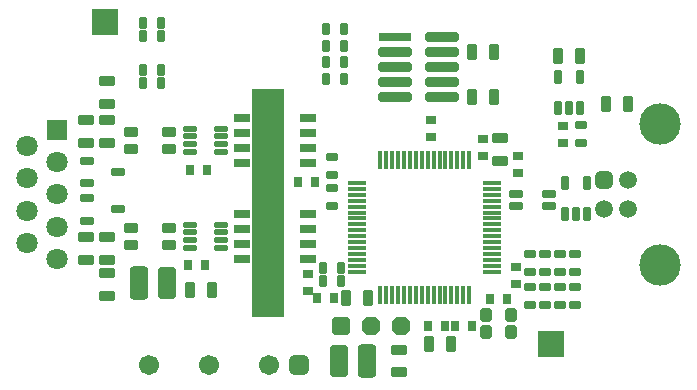
<source format=gts>
G04*
G04 #@! TF.GenerationSoftware,Altium Limited,Altium Designer,21.9.1 (22)*
G04*
G04 Layer_Color=8388736*
%FSLAX25Y25*%
%MOIN*%
G70*
G04*
G04 #@! TF.SameCoordinates,20B19F73-AE42-437D-8B96-58F391311DC6*
G04*
G04*
G04 #@! TF.FilePolarity,Negative*
G04*
G01*
G75*
%ADD30R,0.10500X0.76000*%
G04:AMPARAMS|DCode=31|XSize=43.37mil|YSize=39.43mil|CornerRadius=5.54mil|HoleSize=0mil|Usage=FLASHONLY|Rotation=90.000|XOffset=0mil|YOffset=0mil|HoleType=Round|Shape=RoundedRectangle|*
%AMROUNDEDRECTD31*
21,1,0.04337,0.02835,0,0,90.0*
21,1,0.03228,0.03943,0,0,90.0*
1,1,0.01109,0.01417,0.01614*
1,1,0.01109,0.01417,-0.01614*
1,1,0.01109,-0.01417,-0.01614*
1,1,0.01109,-0.01417,0.01614*
%
%ADD31ROUNDEDRECTD31*%
G04:AMPARAMS|DCode=32|XSize=35.5mil|YSize=29.59mil|CornerRadius=8.4mil|HoleSize=0mil|Usage=FLASHONLY|Rotation=90.000|XOffset=0mil|YOffset=0mil|HoleType=Round|Shape=RoundedRectangle|*
%AMROUNDEDRECTD32*
21,1,0.03550,0.01280,0,0,90.0*
21,1,0.01870,0.02959,0,0,90.0*
1,1,0.01680,0.00640,0.00935*
1,1,0.01680,0.00640,-0.00935*
1,1,0.01680,-0.00640,-0.00935*
1,1,0.01680,-0.00640,0.00935*
%
%ADD32ROUNDEDRECTD32*%
G04:AMPARAMS|DCode=33|XSize=15.81mil|YSize=63.06mil|CornerRadius=4.95mil|HoleSize=0mil|Usage=FLASHONLY|Rotation=0.000|XOffset=0mil|YOffset=0mil|HoleType=Round|Shape=RoundedRectangle|*
%AMROUNDEDRECTD33*
21,1,0.01581,0.05315,0,0,0.0*
21,1,0.00591,0.06306,0,0,0.0*
1,1,0.00991,0.00295,-0.02657*
1,1,0.00991,-0.00295,-0.02657*
1,1,0.00991,-0.00295,0.02657*
1,1,0.00991,0.00295,0.02657*
%
%ADD33ROUNDEDRECTD33*%
G04:AMPARAMS|DCode=34|XSize=15.81mil|YSize=63.06mil|CornerRadius=4.95mil|HoleSize=0mil|Usage=FLASHONLY|Rotation=90.000|XOffset=0mil|YOffset=0mil|HoleType=Round|Shape=RoundedRectangle|*
%AMROUNDEDRECTD34*
21,1,0.01581,0.05315,0,0,90.0*
21,1,0.00591,0.06306,0,0,90.0*
1,1,0.00991,0.02657,0.00295*
1,1,0.00991,0.02657,-0.00295*
1,1,0.00991,-0.02657,-0.00295*
1,1,0.00991,-0.02657,0.00295*
%
%ADD34ROUNDEDRECTD34*%
G04:AMPARAMS|DCode=35|XSize=53.21mil|YSize=31.56mil|CornerRadius=4.76mil|HoleSize=0mil|Usage=FLASHONLY|Rotation=270.000|XOffset=0mil|YOffset=0mil|HoleType=Round|Shape=RoundedRectangle|*
%AMROUNDEDRECTD35*
21,1,0.05321,0.02205,0,0,270.0*
21,1,0.04370,0.03156,0,0,270.0*
1,1,0.00951,-0.01102,-0.02185*
1,1,0.00951,-0.01102,0.02185*
1,1,0.00951,0.01102,0.02185*
1,1,0.00951,0.01102,-0.02185*
%
%ADD35ROUNDEDRECTD35*%
G04:AMPARAMS|DCode=36|XSize=53.21mil|YSize=31.56mil|CornerRadius=4.76mil|HoleSize=0mil|Usage=FLASHONLY|Rotation=180.000|XOffset=0mil|YOffset=0mil|HoleType=Round|Shape=RoundedRectangle|*
%AMROUNDEDRECTD36*
21,1,0.05321,0.02205,0,0,180.0*
21,1,0.04370,0.03156,0,0,180.0*
1,1,0.00951,-0.02185,0.01102*
1,1,0.00951,0.02185,0.01102*
1,1,0.00951,0.02185,-0.01102*
1,1,0.00951,-0.02185,-0.01102*
%
%ADD36ROUNDEDRECTD36*%
G04:AMPARAMS|DCode=37|XSize=35.5mil|YSize=29.59mil|CornerRadius=8.4mil|HoleSize=0mil|Usage=FLASHONLY|Rotation=0.000|XOffset=0mil|YOffset=0mil|HoleType=Round|Shape=RoundedRectangle|*
%AMROUNDEDRECTD37*
21,1,0.03550,0.01280,0,0,0.0*
21,1,0.01870,0.02959,0,0,0.0*
1,1,0.01680,0.00935,-0.00640*
1,1,0.01680,-0.00935,-0.00640*
1,1,0.01680,-0.00935,0.00640*
1,1,0.01680,0.00935,0.00640*
%
%ADD37ROUNDEDRECTD37*%
G04:AMPARAMS|DCode=38|XSize=37.47mil|YSize=27.62mil|CornerRadius=4.36mil|HoleSize=0mil|Usage=FLASHONLY|Rotation=0.000|XOffset=0mil|YOffset=0mil|HoleType=Round|Shape=RoundedRectangle|*
%AMROUNDEDRECTD38*
21,1,0.03747,0.01890,0,0,0.0*
21,1,0.02874,0.02762,0,0,0.0*
1,1,0.00872,0.01437,-0.00945*
1,1,0.00872,-0.01437,-0.00945*
1,1,0.00872,-0.01437,0.00945*
1,1,0.00872,0.01437,0.00945*
%
%ADD38ROUNDEDRECTD38*%
G04:AMPARAMS|DCode=39|XSize=37.47mil|YSize=27.62mil|CornerRadius=4.36mil|HoleSize=0mil|Usage=FLASHONLY|Rotation=90.000|XOffset=0mil|YOffset=0mil|HoleType=Round|Shape=RoundedRectangle|*
%AMROUNDEDRECTD39*
21,1,0.03747,0.01890,0,0,90.0*
21,1,0.02874,0.02762,0,0,90.0*
1,1,0.00872,0.00945,0.01437*
1,1,0.00872,0.00945,-0.01437*
1,1,0.00872,-0.00945,-0.01437*
1,1,0.00872,-0.00945,0.01437*
%
%ADD39ROUNDEDRECTD39*%
%ADD40R,0.08661X0.08661*%
%ADD41C,0.04337*%
G04:AMPARAMS|DCode=42|XSize=47.31mil|YSize=35.5mil|CornerRadius=6.72mil|HoleSize=0mil|Usage=FLASHONLY|Rotation=0.000|XOffset=0mil|YOffset=0mil|HoleType=Round|Shape=RoundedRectangle|*
%AMROUNDEDRECTD42*
21,1,0.04731,0.02205,0,0,0.0*
21,1,0.03386,0.03550,0,0,0.0*
1,1,0.01345,0.01693,-0.01102*
1,1,0.01345,-0.01693,-0.01102*
1,1,0.01345,-0.01693,0.01102*
1,1,0.01345,0.01693,0.01102*
%
%ADD42ROUNDEDRECTD42*%
G04:AMPARAMS|DCode=43|XSize=27.62mil|YSize=47.31mil|CornerRadius=4.36mil|HoleSize=0mil|Usage=FLASHONLY|Rotation=180.000|XOffset=0mil|YOffset=0mil|HoleType=Round|Shape=RoundedRectangle|*
%AMROUNDEDRECTD43*
21,1,0.02762,0.03858,0,0,180.0*
21,1,0.01890,0.04731,0,0,180.0*
1,1,0.00872,-0.00945,0.01929*
1,1,0.00872,0.00945,0.01929*
1,1,0.00872,0.00945,-0.01929*
1,1,0.00872,-0.00945,-0.01929*
%
%ADD43ROUNDEDRECTD43*%
G04:AMPARAMS|DCode=44|XSize=47.31mil|YSize=27.62mil|CornerRadius=5.54mil|HoleSize=0mil|Usage=FLASHONLY|Rotation=180.000|XOffset=0mil|YOffset=0mil|HoleType=Round|Shape=RoundedRectangle|*
%AMROUNDEDRECTD44*
21,1,0.04731,0.01654,0,0,180.0*
21,1,0.03622,0.02762,0,0,180.0*
1,1,0.01109,-0.01811,0.00827*
1,1,0.01109,0.01811,0.00827*
1,1,0.01109,0.01811,-0.00827*
1,1,0.01109,-0.01811,-0.00827*
%
%ADD44ROUNDEDRECTD44*%
G04:AMPARAMS|DCode=45|XSize=21.32mil|YSize=43.37mil|CornerRadius=4.6mil|HoleSize=0mil|Usage=FLASHONLY|Rotation=270.000|XOffset=0mil|YOffset=0mil|HoleType=Round|Shape=RoundedRectangle|*
%AMROUNDEDRECTD45*
21,1,0.02132,0.03417,0,0,270.0*
21,1,0.01213,0.04337,0,0,270.0*
1,1,0.00920,-0.01709,-0.00606*
1,1,0.00920,-0.01709,0.00606*
1,1,0.00920,0.01709,0.00606*
1,1,0.00920,0.01709,-0.00606*
%
%ADD45ROUNDEDRECTD45*%
G04:AMPARAMS|DCode=46|XSize=27.62mil|YSize=55.18mil|CornerRadius=4.36mil|HoleSize=0mil|Usage=FLASHONLY|Rotation=270.000|XOffset=0mil|YOffset=0mil|HoleType=Round|Shape=RoundedRectangle|*
%AMROUNDEDRECTD46*
21,1,0.02762,0.04646,0,0,270.0*
21,1,0.01890,0.05518,0,0,270.0*
1,1,0.00872,-0.02323,-0.00945*
1,1,0.00872,-0.02323,0.00945*
1,1,0.00872,0.02323,0.00945*
1,1,0.00872,0.02323,-0.00945*
%
%ADD46ROUNDEDRECTD46*%
G04:AMPARAMS|DCode=47|XSize=27.62mil|YSize=47.31mil|CornerRadius=4.36mil|HoleSize=0mil|Usage=FLASHONLY|Rotation=90.000|XOffset=0mil|YOffset=0mil|HoleType=Round|Shape=RoundedRectangle|*
%AMROUNDEDRECTD47*
21,1,0.02762,0.03858,0,0,90.0*
21,1,0.01890,0.04731,0,0,90.0*
1,1,0.00872,0.01929,0.00945*
1,1,0.00872,0.01929,-0.00945*
1,1,0.00872,-0.01929,-0.00945*
1,1,0.00872,-0.01929,0.00945*
%
%ADD47ROUNDEDRECTD47*%
G04:AMPARAMS|DCode=48|XSize=63.12mil|YSize=110.36mil|CornerRadius=12.27mil|HoleSize=0mil|Usage=FLASHONLY|Rotation=180.000|XOffset=0mil|YOffset=0mil|HoleType=Round|Shape=RoundedRectangle|*
%AMROUNDEDRECTD48*
21,1,0.06312,0.08583,0,0,180.0*
21,1,0.03858,0.11036,0,0,180.0*
1,1,0.02454,-0.01929,0.04291*
1,1,0.02454,0.01929,0.04291*
1,1,0.02454,0.01929,-0.04291*
1,1,0.02454,-0.01929,-0.04291*
%
%ADD48ROUNDEDRECTD48*%
G04:AMPARAMS|DCode=49|XSize=59.12mil|YSize=106.36mil|CornerRadius=10.27mil|HoleSize=0mil|Usage=FLASHONLY|Rotation=180.000|XOffset=0mil|YOffset=0mil|HoleType=Round|Shape=RoundedRectangle|*
%AMROUNDEDRECTD49*
21,1,0.05912,0.08583,0,0,180.0*
21,1,0.03858,0.10636,0,0,180.0*
1,1,0.02054,-0.01929,0.04291*
1,1,0.02054,0.01929,0.04291*
1,1,0.02054,0.01929,-0.04291*
1,1,0.02054,-0.01929,-0.04291*
%
%ADD49ROUNDEDRECTD49*%
%ADD50R,0.11030X0.03156*%
G04:AMPARAMS|DCode=51|XSize=31.56mil|YSize=110.3mil|CornerRadius=6.13mil|HoleSize=0mil|Usage=FLASHONLY|Rotation=270.000|XOffset=0mil|YOffset=0mil|HoleType=Round|Shape=RoundedRectangle|*
%AMROUNDEDRECTD51*
21,1,0.03156,0.09803,0,0,270.0*
21,1,0.01929,0.11030,0,0,270.0*
1,1,0.01227,-0.04902,-0.00965*
1,1,0.01227,-0.04902,0.00965*
1,1,0.01227,0.04902,0.00965*
1,1,0.01227,0.04902,-0.00965*
%
%ADD51ROUNDEDRECTD51*%
G04:AMPARAMS|DCode=52|XSize=63.06mil|YSize=63.06mil|CornerRadius=16.76mil|HoleSize=0mil|Usage=FLASHONLY|Rotation=0.000|XOffset=0mil|YOffset=0mil|HoleType=Round|Shape=RoundedRectangle|*
%AMROUNDEDRECTD52*
21,1,0.06306,0.02953,0,0,0.0*
21,1,0.02953,0.06306,0,0,0.0*
1,1,0.03353,0.01476,-0.01476*
1,1,0.03353,-0.01476,-0.01476*
1,1,0.03353,-0.01476,0.01476*
1,1,0.03353,0.01476,0.01476*
%
%ADD52ROUNDEDRECTD52*%
%ADD53P,0.06825X8X22.5*%
%ADD54C,0.13786*%
%ADD55C,0.05912*%
G04:AMPARAMS|DCode=56|XSize=59.12mil|YSize=59.12mil|CornerRadius=15.78mil|HoleSize=0mil|Usage=FLASHONLY|Rotation=90.000|XOffset=0mil|YOffset=0mil|HoleType=Round|Shape=RoundedRectangle|*
%AMROUNDEDRECTD56*
21,1,0.05912,0.02756,0,0,90.0*
21,1,0.02756,0.05912,0,0,90.0*
1,1,0.03156,0.01378,0.01378*
1,1,0.03156,0.01378,-0.01378*
1,1,0.03156,-0.01378,-0.01378*
1,1,0.03156,-0.01378,0.01378*
%
%ADD56ROUNDEDRECTD56*%
%ADD57R,0.07093X0.07093*%
%ADD58C,0.07093*%
%ADD59C,0.00400*%
%ADD60C,0.06699*%
G04:AMPARAMS|DCode=61|XSize=66.99mil|YSize=66.99mil|CornerRadius=17.75mil|HoleSize=0mil|Usage=FLASHONLY|Rotation=0.000|XOffset=0mil|YOffset=0mil|HoleType=Round|Shape=RoundedRectangle|*
%AMROUNDEDRECTD61*
21,1,0.06699,0.03150,0,0,0.0*
21,1,0.03150,0.06699,0,0,0.0*
1,1,0.03550,0.01575,-0.01575*
1,1,0.03550,-0.01575,-0.01575*
1,1,0.03550,-0.01575,0.01575*
1,1,0.03550,0.01575,0.01575*
%
%ADD61ROUNDEDRECTD61*%
D30*
X97750Y62000D02*
D03*
D31*
X178634Y24756D02*
D03*
Y19244D02*
D03*
X170366D02*
D03*
Y24756D02*
D03*
D32*
X171646Y30000D02*
D03*
X177354D02*
D03*
X156854Y21000D02*
D03*
X151146D02*
D03*
X114146Y30500D02*
D03*
X119854D02*
D03*
X107646Y69000D02*
D03*
X113354D02*
D03*
X71646Y73000D02*
D03*
X77354D02*
D03*
X71146Y41500D02*
D03*
X76854D02*
D03*
X165854Y21000D02*
D03*
X160146D02*
D03*
D33*
X135236Y76441D02*
D03*
X137205D02*
D03*
X139173D02*
D03*
X141142D02*
D03*
X143110D02*
D03*
X145079D02*
D03*
X147047D02*
D03*
X149016D02*
D03*
X150984D02*
D03*
X152953D02*
D03*
X154921D02*
D03*
X156890D02*
D03*
X158858D02*
D03*
X160827D02*
D03*
X162795D02*
D03*
X164764D02*
D03*
X160827Y31559D02*
D03*
X158858D02*
D03*
X156890D02*
D03*
X154921D02*
D03*
X152953D02*
D03*
X150984D02*
D03*
X149016D02*
D03*
X145079D02*
D03*
X143110D02*
D03*
X147047D02*
D03*
X139173D02*
D03*
X137205D02*
D03*
X135236D02*
D03*
X141142D02*
D03*
X164764D02*
D03*
X162795D02*
D03*
D34*
X172441Y68764D02*
D03*
Y66795D02*
D03*
Y56953D02*
D03*
Y54984D02*
D03*
Y53016D02*
D03*
Y51047D02*
D03*
Y49079D02*
D03*
Y47110D02*
D03*
Y45142D02*
D03*
Y43173D02*
D03*
Y41205D02*
D03*
Y39236D02*
D03*
X127559D02*
D03*
Y41205D02*
D03*
Y43173D02*
D03*
Y45142D02*
D03*
Y47110D02*
D03*
Y49079D02*
D03*
Y51047D02*
D03*
Y53016D02*
D03*
Y54984D02*
D03*
Y56953D02*
D03*
Y58921D02*
D03*
Y60890D02*
D03*
Y62858D02*
D03*
Y64827D02*
D03*
Y66795D02*
D03*
Y68764D02*
D03*
X172441Y64827D02*
D03*
Y62858D02*
D03*
Y60890D02*
D03*
Y58921D02*
D03*
D35*
X123760Y30500D02*
D03*
X131240D02*
D03*
X151260Y15000D02*
D03*
X158740D02*
D03*
X71760Y33000D02*
D03*
X79240D02*
D03*
X201740Y111000D02*
D03*
X194260D02*
D03*
X210260Y95000D02*
D03*
X217740D02*
D03*
X173240Y112500D02*
D03*
X165760D02*
D03*
Y97500D02*
D03*
X173240D02*
D03*
D36*
X175000Y76260D02*
D03*
Y83740D02*
D03*
X44000Y102740D02*
D03*
Y95260D02*
D03*
X141500Y13240D02*
D03*
Y5760D02*
D03*
X44000Y38740D02*
D03*
Y31260D02*
D03*
Y82260D02*
D03*
Y89740D02*
D03*
X37000D02*
D03*
Y82260D02*
D03*
X44000Y50740D02*
D03*
Y43260D02*
D03*
X37000D02*
D03*
Y50740D02*
D03*
D37*
X152000Y84146D02*
D03*
Y89854D02*
D03*
X169500Y83354D02*
D03*
Y77646D02*
D03*
X180500Y35146D02*
D03*
Y40854D02*
D03*
X111000Y38354D02*
D03*
Y32646D02*
D03*
X181000Y72146D02*
D03*
Y77854D02*
D03*
X196000Y82146D02*
D03*
Y87854D02*
D03*
D38*
X119000Y77453D02*
D03*
Y71547D02*
D03*
X185000Y33953D02*
D03*
Y28047D02*
D03*
X190000D02*
D03*
Y33953D02*
D03*
X195000D02*
D03*
Y28047D02*
D03*
X200000D02*
D03*
Y33953D02*
D03*
X119000Y61047D02*
D03*
Y66953D02*
D03*
X200000Y44953D02*
D03*
Y39047D02*
D03*
X195000Y44953D02*
D03*
Y39047D02*
D03*
X190000Y44953D02*
D03*
Y39047D02*
D03*
X185000Y44953D02*
D03*
Y39047D02*
D03*
X202000Y87953D02*
D03*
Y82047D02*
D03*
D39*
X122953Y120000D02*
D03*
X117047D02*
D03*
Y114500D02*
D03*
X122953D02*
D03*
Y109000D02*
D03*
X117047D02*
D03*
Y103500D02*
D03*
X122953D02*
D03*
X116047Y36000D02*
D03*
X121953D02*
D03*
Y40500D02*
D03*
X116047D02*
D03*
X62008Y101969D02*
D03*
X56102D02*
D03*
X62008Y106299D02*
D03*
X56102D02*
D03*
X62008Y117717D02*
D03*
X56102D02*
D03*
X62008Y122047D02*
D03*
X56102D02*
D03*
D40*
X43500Y122500D02*
D03*
X192000Y15000D02*
D03*
D41*
X43500Y122500D02*
D03*
X192000Y15000D02*
D03*
D42*
X52201Y53756D02*
D03*
X64799D02*
D03*
Y48244D02*
D03*
X52201D02*
D03*
Y85756D02*
D03*
X64799D02*
D03*
Y80244D02*
D03*
X52201D02*
D03*
D43*
X196760Y68618D02*
D03*
X204240D02*
D03*
Y58382D02*
D03*
X200500D02*
D03*
X196760D02*
D03*
X194260Y93882D02*
D03*
X198000D02*
D03*
X201740D02*
D03*
Y104118D02*
D03*
X194260D02*
D03*
D44*
X180488Y64969D02*
D03*
X191512D02*
D03*
Y61032D02*
D03*
X180488D02*
D03*
D45*
X82118Y79161D02*
D03*
Y81721D02*
D03*
Y84280D02*
D03*
X71882D02*
D03*
Y81721D02*
D03*
Y79161D02*
D03*
X82118Y86839D02*
D03*
X71882D02*
D03*
Y54839D02*
D03*
X82118D02*
D03*
X71882Y47161D02*
D03*
Y49720D02*
D03*
Y52280D02*
D03*
X82118D02*
D03*
Y49720D02*
D03*
Y47161D02*
D03*
D46*
X111024Y75500D02*
D03*
Y80500D02*
D03*
Y85500D02*
D03*
Y90500D02*
D03*
X88976Y75500D02*
D03*
Y80500D02*
D03*
Y85500D02*
D03*
Y90500D02*
D03*
X111024Y43500D02*
D03*
Y48500D02*
D03*
Y53500D02*
D03*
Y58500D02*
D03*
X88976Y43500D02*
D03*
Y48500D02*
D03*
Y53500D02*
D03*
Y58500D02*
D03*
D47*
X37382Y76240D02*
D03*
Y68760D02*
D03*
X47618Y72500D02*
D03*
X37382Y63740D02*
D03*
Y56260D02*
D03*
X47618Y60000D02*
D03*
D48*
X130724Y9500D02*
D03*
X54776Y35500D02*
D03*
D49*
X121276Y9500D02*
D03*
X64224Y35500D02*
D03*
D50*
X140126Y117460D02*
D03*
D51*
X155874D02*
D03*
X140126Y112460D02*
D03*
X155874D02*
D03*
X140126Y107460D02*
D03*
Y102460D02*
D03*
Y97460D02*
D03*
X155874Y107460D02*
D03*
Y102460D02*
D03*
Y97460D02*
D03*
D52*
X122000Y21000D02*
D03*
D53*
X132000D02*
D03*
X142000D02*
D03*
D54*
X228346Y41339D02*
D03*
Y88583D02*
D03*
D55*
X217717Y60039D02*
D03*
Y69882D02*
D03*
X209842Y60039D02*
D03*
D56*
Y69882D02*
D03*
D57*
X27500Y86535D02*
D03*
D58*
Y75748D02*
D03*
Y64961D02*
D03*
Y54173D02*
D03*
Y43386D02*
D03*
X17500Y81142D02*
D03*
Y70354D02*
D03*
Y59567D02*
D03*
Y48779D02*
D03*
D59*
X22500Y114173D02*
D03*
Y15748D02*
D03*
X224410D02*
D03*
Y114173D02*
D03*
D60*
X78000Y8000D02*
D03*
X58000D02*
D03*
X98000D02*
D03*
D61*
X108000Y8000D02*
D03*
M02*

</source>
